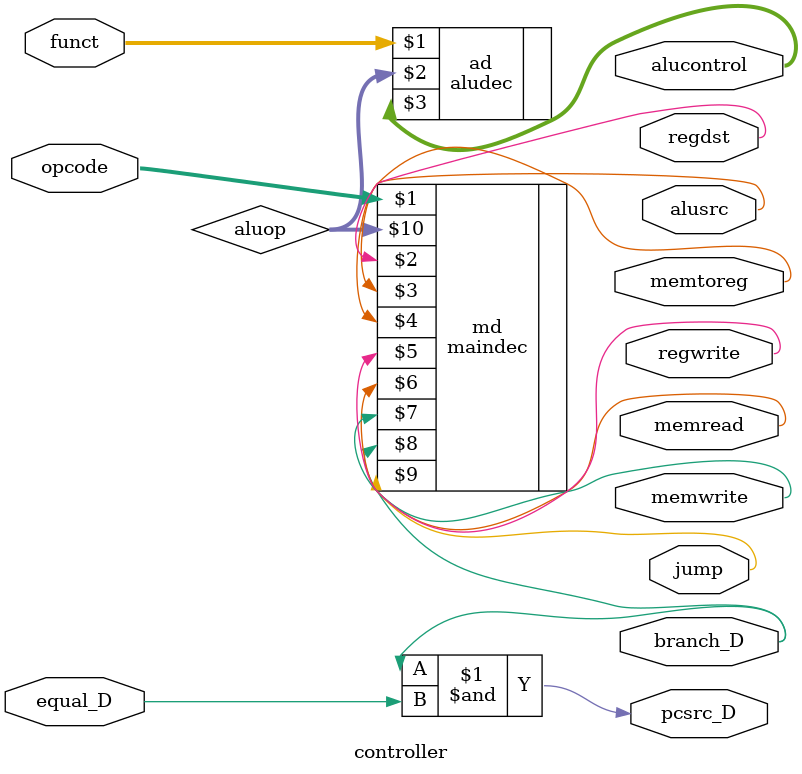
<source format=v>
module controller (input [5:0] opcode, // opcode r-type,lw,sw....
		   input [5:0] funct, //funct para r-type
		   input equal_D, //1 si la resta de los dos registros en un beq es 0
		   output regdst, alusrc, memtoreg, regwrite, memread, memwrite,jump,
		   output pcsrc_D, // senal para saber si se debe dar un salto o no
		   output branch_D,
		   output [2:0] alucontrol);

//branch es wire y no output porque llega a la compuerta and dentro de este mismo controller
//aluop es wire porque llega solo hasta aludec, en realidad no sale de controller
//wire branch_D;
wire[1:0] aluop;

maindec	md(opcode, regdst, alusrc, memtoreg, regwrite, memread, memwrite, branch_D, jump, aluop);

aludec ad(funct, aluop, alucontrol);

assign pcsrc_D = branch_D & equal_D;

endmodule

</source>
